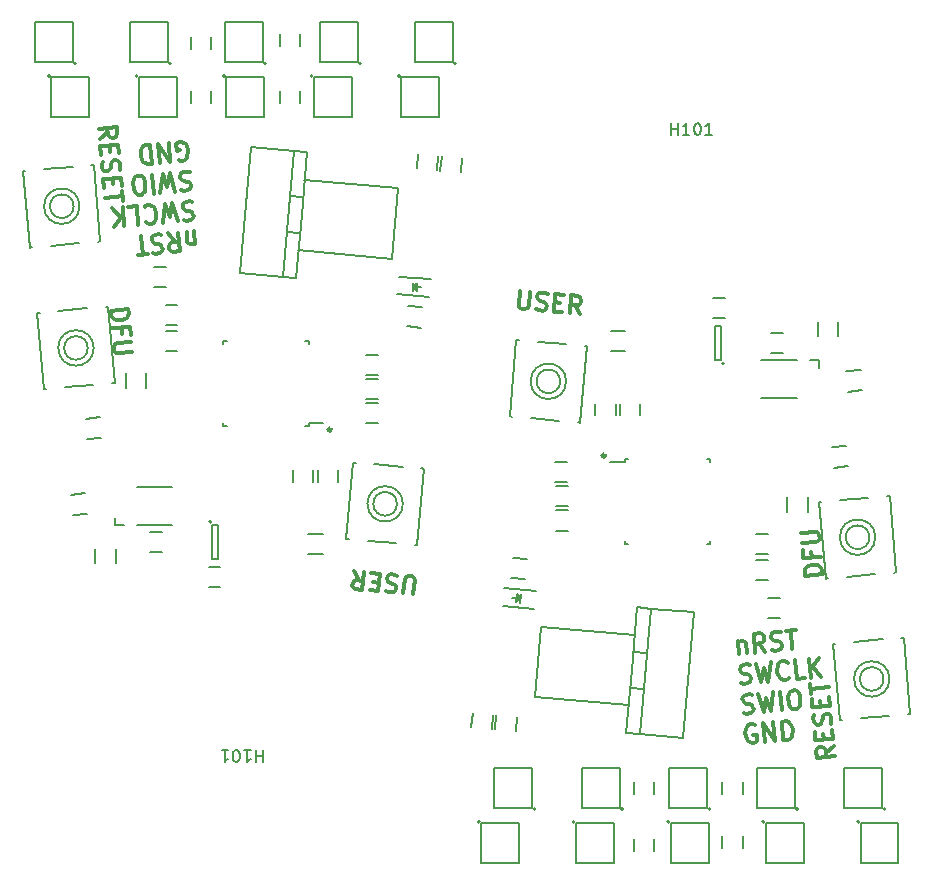
<source format=gto>
%MOIN*%
%OFA0B0*%
%FSLAX46Y46*%
%IPPOS*%
%LPD*%
%ADD10C,0.0039370078740157488*%
%ADD11C,0.011811023622047244*%
%ADD12C,0.005905511811023622*%
%ADD13C,0.0078740157480314977*%
%ADD24C,0.0039370078740157488*%
%ADD25C,0.011811023622047244*%
%ADD26C,0.005905511811023622*%
%ADD27C,0.0078740157480314977*%
G01*
D10*
D11*
X0002352024Y0001925196D02*
G75*
G03X0002352024Y0001925196I-0000005567D01*
G01*
X0003112829Y0000956254D02*
X0003086530Y0000934193D01*
X0003115770Y0000922636D02*
X0003056940Y0000917490D01*
X0003054979Y0000939901D01*
X0003057290Y0000945749D01*
X0003059846Y0000948796D01*
X0003065204Y0000952087D01*
X0003073609Y0000952823D01*
X0003079457Y0000950511D01*
X0003082503Y0000947955D01*
X0003085795Y0000942597D01*
X0003087755Y0000920186D01*
X0003079807Y0000978771D02*
X0003078091Y0000998381D01*
X0003108172Y0001009481D02*
X0003110623Y0000981467D01*
X0003051793Y0000976320D01*
X0003049342Y0001004334D01*
X0003103410Y0001031648D02*
X0003105476Y0001040297D01*
X0003104250Y0001054305D01*
X0003100959Y0001059662D01*
X0003097912Y0001062219D01*
X0003092064Y0001064530D01*
X0003086461Y0001064040D01*
X0003081104Y0001060748D01*
X0003078547Y0001057702D01*
X0003076236Y0001051854D01*
X0003074415Y0001040403D01*
X0003072104Y0001034555D01*
X0003069547Y0001031508D01*
X0003064190Y0001028217D01*
X0003058587Y0001027726D01*
X0003052739Y0001030038D01*
X0003049692Y0001032594D01*
X0003046400Y0001037952D01*
X0003045175Y0001051959D01*
X0003047241Y0001060608D01*
X0003070248Y0001088027D02*
X0003068533Y0001107637D01*
X0003098613Y0001118738D02*
X0003101064Y0001090723D01*
X0003042234Y0001085576D01*
X0003039783Y0001113591D01*
X0003038312Y0001130399D02*
X0003035371Y0001164017D01*
X0003095672Y0001152355D02*
X0003036842Y0001147208D01*
X0002067320Y0002474110D02*
X0002063154Y0002426486D01*
X0002065465Y0002420638D01*
X0002068021Y0002417591D01*
X0002073379Y0002414300D01*
X0002084585Y0002413319D01*
X0002090433Y0002415631D01*
X0002093479Y0002418187D01*
X0002096771Y0002423545D01*
X0002100938Y0002471169D01*
X0002121249Y0002412934D02*
X0002129408Y0002409398D01*
X0002143415Y0002408172D01*
X0002149263Y0002410483D01*
X0002152310Y0002413040D01*
X0002155602Y0002418398D01*
X0002156092Y0002424001D01*
X0002153780Y0002429849D01*
X0002151224Y0002432895D01*
X0002145866Y0002436187D01*
X0002134906Y0002439969D01*
X0002129548Y0002443260D01*
X0002126991Y0002446307D01*
X0002124680Y0002452155D01*
X0002125170Y0002457758D01*
X0002128462Y0002463115D01*
X0002131508Y0002465672D01*
X0002137357Y0002467983D01*
X0002151364Y0002466758D01*
X0002159523Y0002463221D01*
X0002182530Y0002435802D02*
X0002202140Y0002434086D01*
X0002207849Y0002402535D02*
X0002179834Y0002404986D01*
X0002184981Y0002463816D01*
X0002212996Y0002461366D01*
X0002266679Y0002397388D02*
X0002249520Y0002427118D01*
X0002233062Y0002400329D02*
X0002238209Y0002459160D01*
X0002260620Y0002457199D01*
X0002265978Y0002453907D01*
X0002268534Y0002450861D01*
X0002270846Y0002445013D01*
X0002270110Y0002436608D01*
X0002266819Y0002431251D01*
X0002263772Y0002428694D01*
X0002257924Y0002426383D01*
X0002235513Y0002428344D01*
X0003076170Y0001529316D02*
X0003017340Y0001524169D01*
X0003016114Y0001538176D01*
X0003018181Y0001546826D01*
X0003023293Y0001552919D01*
X0003028651Y0001556211D01*
X0003039612Y0001559992D01*
X0003048016Y0001560728D01*
X0003059467Y0001558907D01*
X0003065315Y0001556595D01*
X0003071408Y0001551483D01*
X0003074945Y0001543323D01*
X0003076170Y0001529316D01*
X0003038492Y0001605061D02*
X0003040207Y0001585451D01*
X0003071023Y0001588147D02*
X0003012193Y0001583000D01*
X0003009742Y0001611014D01*
X0003007781Y0001633426D02*
X0003055406Y0001637592D01*
X0003060764Y0001640884D01*
X0003063320Y0001643930D01*
X0003065631Y0001649778D01*
X0003064651Y0001660984D01*
X0003061359Y0001666342D01*
X0003058313Y0001668898D01*
X0003052465Y0001671210D01*
X0003004840Y0001667043D01*
X0002795033Y0001305833D02*
X0002798693Y0001263998D01*
X0002795555Y0001299857D02*
X0002798095Y0001303090D01*
X0002803437Y0001306569D01*
X0002811841Y0001307304D01*
X0002817706Y0001304806D01*
X0002821030Y0001299075D01*
X0002823906Y0001266204D01*
X0002885537Y0001271596D02*
X0002863313Y0001299763D01*
X0002851920Y0001268655D02*
X0002846430Y0001331408D01*
X0002868842Y0001333368D01*
X0002874706Y0001330870D01*
X0002877769Y0001328127D01*
X0002881093Y0001322396D01*
X0002881877Y0001313431D01*
X0002879599Y0001307210D01*
X0002877059Y0001303977D01*
X0002871717Y0001300498D01*
X0002849306Y0001298537D01*
X0002907688Y0001276545D02*
X0002916353Y0001274292D01*
X0002930361Y0001275518D01*
X0002935702Y0001278996D01*
X0002938242Y0001282230D01*
X0002940521Y0001288451D01*
X0002939998Y0001294428D01*
X0002936674Y0001300159D01*
X0002933611Y0001302902D01*
X0002927746Y0001305400D01*
X0002916279Y0001307408D01*
X0002910415Y0001309906D01*
X0002907352Y0001312649D01*
X0002904028Y0001318380D01*
X0002903505Y0001324357D01*
X0002905783Y0001330578D01*
X0002908323Y0001333812D01*
X0002913665Y0001337290D01*
X0002927672Y0001338515D01*
X0002936338Y0001336263D01*
X0002952885Y0001340721D02*
X0002986502Y0001343662D01*
X0002975184Y0001279439D02*
X0002969694Y0001342192D01*
X0002804345Y0001167122D02*
X0002813011Y0001164869D01*
X0002827018Y0001166095D01*
X0002832360Y0001169573D01*
X0002834900Y0001172806D01*
X0002837178Y0001179028D01*
X0002836656Y0001185004D01*
X0002833331Y0001190736D01*
X0002830268Y0001193479D01*
X0002824404Y0001195977D01*
X0002812937Y0001197985D01*
X0002807072Y0001200483D01*
X0002804010Y0001203226D01*
X0002800685Y0001208957D01*
X0002800162Y0001214933D01*
X0002802441Y0001221155D01*
X0002804981Y0001224388D01*
X0002810322Y0001227867D01*
X0002824330Y0001229092D01*
X0002832995Y0001226839D01*
X0002852344Y0001231543D02*
X0002871842Y0001170016D01*
X0002879126Y0001215820D01*
X0002894253Y0001171977D01*
X0002902770Y0001235955D01*
X0002963766Y0001184081D02*
X0002961226Y0001180847D01*
X0002953083Y0001177124D01*
X0002947481Y0001176634D01*
X0002938815Y0001178887D01*
X0002932689Y0001184373D01*
X0002929365Y0001190104D01*
X0002925517Y0001201812D01*
X0002924733Y0001210777D01*
X0002926489Y0001222975D01*
X0002928767Y0001229196D01*
X0002933848Y0001235663D01*
X0002941990Y0001239386D01*
X0002947593Y0001239876D01*
X0002956259Y0001237623D01*
X0002959322Y0001234880D01*
X0003017517Y0001182761D02*
X0002989502Y0001180310D01*
X0002984012Y0001243063D01*
X0003037127Y0001184477D02*
X0003031637Y0001247229D01*
X0003070744Y0001187418D02*
X0003042394Y0001221071D01*
X0003065254Y0001250170D02*
X0003034774Y0001211371D01*
X0002813061Y0001067503D02*
X0002821727Y0001065250D01*
X0002835734Y0001066475D01*
X0002841075Y0001069954D01*
X0002843615Y0001073187D01*
X0002845894Y0001079408D01*
X0002845371Y0001085385D01*
X0002842047Y0001091116D01*
X0002838984Y0001093859D01*
X0002833120Y0001096357D01*
X0002821652Y0001098365D01*
X0002815788Y0001100863D01*
X0002812725Y0001103606D01*
X0002809401Y0001109338D01*
X0002808878Y0001115314D01*
X0002811157Y0001121536D01*
X0002813697Y0001124769D01*
X0002819038Y0001128247D01*
X0002833045Y0001129473D01*
X0002841711Y0001127220D01*
X0002861060Y0001131924D02*
X0002880557Y0001070397D01*
X0002887841Y0001116200D01*
X0002902969Y0001072357D01*
X0002911486Y0001136335D01*
X0002939387Y0001075544D02*
X0002933897Y0001138296D01*
X0002973118Y0001141727D02*
X0002984323Y0001142708D01*
X0002990188Y0001140210D01*
X0002996314Y0001134724D01*
X0003000161Y0001123016D01*
X0003001991Y0001102098D01*
X0003000235Y0001089900D01*
X0002995155Y0001083434D01*
X0002989814Y0001079955D01*
X0002978608Y0001078975D01*
X0002972743Y0001081473D01*
X0002966618Y0001086959D01*
X0002962770Y0001098667D01*
X0002960940Y0001119584D01*
X0002962696Y0001131782D01*
X0002967776Y0001138249D01*
X0002973118Y0001141727D01*
X0002850427Y0001027600D02*
X0002844562Y0001030098D01*
X0002836158Y0001029363D01*
X0002828015Y0001025639D01*
X0002822935Y0001019173D01*
X0002820656Y0001012951D01*
X0002818901Y0001000753D01*
X0002819685Y0000991789D01*
X0002823532Y0000980081D01*
X0002826857Y0000974350D01*
X0002832982Y0000968864D01*
X0002841648Y0000966611D01*
X0002847251Y0000967101D01*
X0002855394Y0000970824D01*
X0002857934Y0000974057D01*
X0002856104Y0000994975D01*
X0002844898Y0000993995D01*
X0002883670Y0000970287D02*
X0002878180Y0001033039D01*
X0002917287Y0000973228D01*
X0002911797Y0001035981D01*
X0002945302Y0000975679D02*
X0002939812Y0001038431D01*
X0002953819Y0001039657D01*
X0002962485Y0001037404D01*
X0002968610Y0001031918D01*
X0002971935Y0001026186D01*
X0002975782Y0001014479D01*
X0002976566Y0001005514D01*
X0002974810Y0000993316D01*
X0002972532Y0000987095D01*
X0002967452Y0000980628D01*
X0002959309Y0000976905D01*
X0002945302Y0000975679D01*
D12*
X0002401574Y0002098425D02*
X0002401574Y0002059055D01*
X0002468503Y0002059055D02*
X0002468503Y0002098425D01*
D13*
X0002117338Y0001119676D02*
X0002431100Y0001092226D01*
X0002137926Y0001354998D02*
X0002451688Y0001327547D01*
X0002137926Y0001354998D02*
X0002117338Y0001119676D01*
D12*
X0002434282Y0001150280D02*
X0002479111Y0001146358D01*
X0002444741Y0001269823D02*
X0002489569Y0001265901D01*
X0002502643Y0001415330D02*
X0002647091Y0001402693D01*
X0002647091Y0001402693D02*
X0002610485Y0000984291D01*
X0002610485Y0000984291D02*
X0002466037Y0000996928D01*
X0002457814Y0001419252D02*
X0002502643Y0001415330D01*
X0002502643Y0001415330D02*
X0002466037Y0000996928D01*
X0002466037Y0000996928D02*
X0002421209Y0001000850D01*
X0002439511Y0001210051D02*
X0002421209Y0001000850D01*
X0002439511Y0001210051D02*
X0002457814Y0001419252D01*
X0002893700Y0001383858D02*
X0002933070Y0001383858D01*
X0002933070Y0001450787D02*
X0002893700Y0001450787D01*
X0002185039Y0001836614D02*
X0002224409Y0001836614D01*
X0002224409Y0001903543D02*
X0002185039Y0001903543D01*
X0002187007Y0001675196D02*
X0002226377Y0001675196D01*
X0002226377Y0001742125D02*
X0002187007Y0001742125D01*
X0002318897Y0002098425D02*
X0002318897Y0002059055D01*
X0002385826Y0002059055D02*
X0002385826Y0002098425D01*
X0002187007Y0001757874D02*
X0002226377Y0001757874D01*
X0002226377Y0001824803D02*
X0002187007Y0001824803D01*
X0002905511Y0002265748D02*
X0002944881Y0002265748D01*
X0002944881Y0002332677D02*
X0002905511Y0002332677D01*
X0002750000Y0002450787D02*
X0002710629Y0002450787D01*
X0002710629Y0002383858D02*
X0002750000Y0002383858D01*
X0002120612Y0001474177D02*
X0002014717Y0001483442D01*
X0002115465Y0001415347D02*
X0002009570Y0001424611D01*
X0002059723Y0001455792D02*
X0002058865Y0001445987D01*
X0002058865Y0001445987D02*
X0002065263Y0001451355D01*
X0002067812Y0001435324D02*
X0002070214Y0001462778D01*
X0002055286Y0001450252D02*
X0002041559Y0001451453D01*
X0002069013Y0001449051D02*
X0002054085Y0001436525D01*
X0002054085Y0001436525D02*
X0002056487Y0001463979D01*
X0002056487Y0001463979D02*
X0002069013Y0001449051D01*
X0003062992Y0002244094D02*
X0003062992Y0002218503D01*
X0003033464Y0002244094D02*
X0003062992Y0002244094D01*
X0002872047Y0002244094D02*
X0002990157Y0002244094D01*
X0002990157Y0002118110D02*
X0002872047Y0002118110D01*
X0003107323Y0001953518D02*
X0003154388Y0001957636D01*
X0003160392Y0001889000D02*
X0003113328Y0001884883D01*
X0002417322Y0002272637D02*
X0002370078Y0002272637D01*
X0002370078Y0002341535D02*
X0002417322Y0002341535D01*
X0002084442Y0001512475D02*
X0002037378Y0001516593D01*
X0002043383Y0001585228D02*
X0002090447Y0001581111D01*
X0003155386Y0002206594D02*
X0003202450Y0002210712D01*
X0003208455Y0002142076D02*
X0003161391Y0002137959D01*
X0003128937Y0002370078D02*
X0003128937Y0002322834D01*
X0003060039Y0002322834D02*
X0003060039Y0002370078D01*
X0002416338Y0001914370D02*
X0002416338Y0001902559D01*
X0002701771Y0001914370D02*
X0002701771Y0001902559D01*
X0002701771Y0001628937D02*
X0002701771Y0001640748D01*
X0002416338Y0001628937D02*
X0002416338Y0001640748D01*
X0002416338Y0001914370D02*
X0002428149Y0001914370D01*
X0002416338Y0001628937D02*
X0002428149Y0001628937D01*
X0002701771Y0001628937D02*
X0002689960Y0001628937D01*
X0002701771Y0001914370D02*
X0002689960Y0001914370D01*
X0002416338Y0001902559D02*
X0002368110Y0001902559D01*
X0002748031Y0002232283D02*
G75*
G03X0002748031Y0002232283I-0000003937D01*
G01*
X0002718503Y0002242125D02*
X0002738188Y0002242125D01*
X0002718503Y0002356299D02*
X0002718503Y0002242125D01*
X0002738188Y0002356299D02*
X0002718503Y0002356299D01*
X0002738188Y0002242125D02*
X0002738188Y0002356299D01*
X0002893700Y0001663385D02*
X0002854330Y0001663385D01*
X0002854330Y0001596456D02*
X0002893700Y0001596456D01*
X0002893700Y0001576771D02*
X0002854330Y0001576771D01*
X0002854330Y0001509842D02*
X0002893700Y0001509842D01*
X0002513779Y0000608267D02*
X0002513779Y0000647637D01*
X0002446850Y0000647637D02*
X0002446850Y0000608267D01*
X0002809055Y0000616141D02*
X0002809055Y0000655511D01*
X0002742125Y0000655511D02*
X0002742125Y0000616141D01*
X0002446850Y0000836614D02*
X0002446850Y0000797244D01*
X0002513779Y0000797244D02*
X0002513779Y0000836614D01*
X0002957677Y0001738188D02*
X0002957677Y0001785433D01*
X0003026574Y0001785433D02*
X0003026574Y0001738188D01*
X0002056738Y0001054136D02*
X0002052621Y0001007072D01*
X0001983985Y0001013077D02*
X0001988103Y0001060141D01*
X0001977998Y0001062010D02*
X0001973881Y0001014946D01*
X0001905245Y0001020951D02*
X0001909363Y0001068015D01*
X0003368525Y0001063428D02*
X0003360681Y0001062742D01*
X0003133204Y0001042840D02*
X0003141048Y0001043526D01*
X0003110900Y0001297772D02*
X0003118744Y0001298458D01*
X0003346222Y0001318360D02*
X0003338378Y0001317673D01*
X0003275625Y0001312183D02*
X0003181497Y0001303948D01*
X0003297929Y0001057252D02*
X0003203800Y0001049016D01*
X0003368525Y0001063428D02*
X0003346222Y0001318360D01*
X0003110900Y0001297772D02*
X0003133204Y0001042840D01*
X0003279083Y0001180600D02*
G75*
G03X0003279083Y0001180600I-0000039370D01*
G01*
X0003298768Y0001180600D02*
G75*
G03X0003298768Y0001180600I-0000059055D01*
G01*
X0003063656Y0001770213D02*
X0003071500Y0001770899D01*
X0003298978Y0001790801D02*
X0003291134Y0001790114D01*
X0003321281Y0001535869D02*
X0003313437Y0001535183D01*
X0003085960Y0001515281D02*
X0003093804Y0001515967D01*
X0003156556Y0001521457D02*
X0003250685Y0001529693D01*
X0003134253Y0001776389D02*
X0003228381Y0001784624D01*
X0003063656Y0001770213D02*
X0003085960Y0001515281D01*
X0003321281Y0001535869D02*
X0003298978Y0001790801D01*
X0003231839Y0001653041D02*
G75*
G03X0003231839Y0001653041I-0000039370D01*
G01*
X0003251524Y0001653041D02*
G75*
G03X0003251524Y0001653041I-0000059055D01*
G01*
X0002268370Y0002034966D02*
X0002260526Y0002035652D01*
X0002033048Y0002055554D02*
X0002040892Y0002054868D01*
X0002055352Y0002310486D02*
X0002063196Y0002309799D01*
X0002290674Y0002289898D02*
X0002282829Y0002290584D01*
X0002220077Y0002296074D02*
X0002125948Y0002304309D01*
X0002197773Y0002041142D02*
X0002103645Y0002049378D01*
X0002268370Y0002034966D02*
X0002290674Y0002289898D01*
X0002055352Y0002310486D02*
X0002033048Y0002055554D01*
X0002201231Y0002172726D02*
G75*
G03X0002201231Y0002172726I-0000039370D01*
G01*
X0002220916Y0002172726D02*
G75*
G03X0002220916Y0002172726I-0000059055D01*
G01*
X0002690988Y0000884645D02*
X0002690988Y0000750787D01*
X0002565004Y0000884645D02*
X0002690988Y0000884645D01*
X0002565004Y0000750787D02*
X0002565004Y0000884645D01*
X0002690988Y0000750787D02*
X0002565004Y0000750787D01*
D13*
X0002702799Y0000746850D02*
G75*
G03X0002702799Y0000746850I-0000003937D01*
G01*
D12*
X0001937007Y0000566929D02*
X0001937007Y0000700787D01*
X0002062992Y0000566929D02*
X0001937007Y0000566929D01*
X0002062992Y0000700787D02*
X0002062992Y0000566929D01*
X0001937007Y0000700787D02*
X0002062992Y0000700787D01*
D13*
X0001933070Y0000704724D02*
G75*
G03X0001933070Y0000704724I-0000003937D01*
G01*
D12*
X0003274103Y0000884645D02*
X0003274103Y0000750787D01*
X0003148118Y0000884645D02*
X0003274103Y0000884645D01*
X0003148118Y0000750787D02*
X0003148118Y0000884645D01*
X0003274103Y0000750787D02*
X0003148118Y0000750787D01*
D13*
X0003285914Y0000746850D02*
G75*
G03X0003285914Y0000746850I-0000003937D01*
G01*
D12*
X0002253444Y0000566929D02*
X0002253444Y0000700787D01*
X0002379429Y0000566929D02*
X0002253444Y0000566929D01*
X0002379429Y0000700787D02*
X0002379429Y0000566929D01*
X0002253444Y0000700787D02*
X0002379429Y0000700787D01*
D13*
X0002249507Y0000704724D02*
G75*
G03X0002249507Y0000704724I-0000003937D01*
G01*
D12*
X0002982545Y0000884645D02*
X0002982545Y0000750787D01*
X0002856561Y0000884645D02*
X0002982545Y0000884645D01*
X0002856561Y0000750787D02*
X0002856561Y0000884645D01*
X0002982545Y0000750787D02*
X0002856561Y0000750787D01*
D13*
X0002994356Y0000746850D02*
G75*
G03X0002994356Y0000746850I-0000003937D01*
G01*
D12*
X0002569881Y0000566929D02*
X0002569881Y0000700787D01*
X0002695866Y0000566929D02*
X0002569881Y0000566929D01*
X0002695866Y0000700787D02*
X0002695866Y0000566929D01*
X0002569881Y0000700787D02*
X0002695866Y0000700787D01*
D13*
X0002565944Y0000704724D02*
G75*
G03X0002565944Y0000704724I-0000003937D01*
G01*
D12*
X0002886318Y0000566929D02*
X0002886318Y0000700787D01*
X0003012303Y0000566929D02*
X0002886318Y0000566929D01*
X0003012303Y0000700787D02*
X0003012303Y0000566929D01*
X0002886318Y0000700787D02*
X0003012303Y0000700787D01*
D13*
X0002882381Y0000704724D02*
G75*
G03X0002882381Y0000704724I-0000003937D01*
G01*
D12*
X0002399431Y0000884645D02*
X0002399431Y0000750787D01*
X0002273447Y0000884645D02*
X0002399431Y0000884645D01*
X0002273447Y0000750787D02*
X0002273447Y0000884645D01*
X0002399431Y0000750787D02*
X0002273447Y0000750787D01*
D13*
X0002411242Y0000746850D02*
G75*
G03X0002411242Y0000746850I-0000003937D01*
G01*
D12*
X0003202755Y0000566929D02*
X0003202755Y0000700787D01*
X0003328740Y0000566929D02*
X0003202755Y0000566929D01*
X0003328740Y0000700787D02*
X0003328740Y0000566929D01*
X0003202755Y0000700787D02*
X0003328740Y0000700787D01*
D13*
X0003198818Y0000704724D02*
G75*
G03X0003198818Y0000704724I-0000003937D01*
G01*
D12*
X0002107874Y0000884645D02*
X0002107874Y0000750787D01*
X0001981889Y0000884645D02*
X0002107874Y0000884645D01*
X0001981889Y0000750787D02*
X0001981889Y0000884645D01*
X0002107874Y0000750787D02*
X0001981889Y0000750787D01*
D13*
X0002119685Y0000746850D02*
G75*
G03X0002119685Y0000746850I-0000003937D01*
G01*
D12*
X0002742125Y0000836614D02*
X0002742125Y0000797244D01*
X0002809055Y0000797244D02*
X0002809055Y0000836614D01*
X0002570303Y0002994000D02*
X0002570303Y0003033370D01*
X0002570303Y0003014623D02*
X0002592800Y0003014623D01*
X0002592800Y0002994000D02*
X0002592800Y0003033370D01*
X0002632170Y0002994000D02*
X0002609673Y0002994000D01*
X0002620922Y0002994000D02*
X0002620922Y0003033370D01*
X0002617172Y0003027746D01*
X0002613423Y0003023997D01*
X0002609673Y0003022122D01*
X0002656542Y0003033370D02*
X0002660292Y0003033370D01*
X0002664042Y0003031496D01*
X0002665916Y0003029621D01*
X0002667791Y0003025871D01*
X0002669666Y0003018372D01*
X0002669666Y0003008998D01*
X0002667791Y0003001499D01*
X0002665916Y0002997750D01*
X0002664042Y0002995875D01*
X0002660292Y0002994000D01*
X0002656542Y0002994000D01*
X0002652793Y0002995875D01*
X0002650918Y0002997750D01*
X0002649043Y0003001499D01*
X0002647169Y0003008998D01*
X0002647169Y0003018372D01*
X0002649043Y0003025871D01*
X0002650918Y0003029621D01*
X0002652793Y0003031496D01*
X0002656542Y0003033370D01*
X0002707161Y0002994000D02*
X0002684664Y0002994000D01*
X0002695912Y0002994000D02*
X0002695912Y0003033370D01*
X0002692163Y0003027746D01*
X0002688413Y0003023997D01*
X0002684664Y0003022122D01*
G04 next file*
G04 #@! TF.FileFunction,Legend,Top*
G04 Gerber Fmt 4.6, Leading zero omitted, Abs format (unit mm)*
G04 Created by KiCad (PCBNEW 4.0.2-stable) date Friday, February 24, 2017 'AMt' 12:00:47 AM*
G01*
G04 APERTURE LIST*
G04 APERTURE END LIST*
D24*
D25*
X0001427503Y0002011811D02*
G75*
G03X0001427503Y0002011811I0000005567D01*
G01*
X0000666698Y0002980753D02*
X0000692997Y0003002814D01*
X0000663757Y0003014370D02*
X0000722587Y0003019517D01*
X0000724548Y0002997106D01*
X0000722237Y0002991258D01*
X0000719680Y0002988211D01*
X0000714322Y0002984920D01*
X0000705918Y0002984184D01*
X0000700070Y0002986496D01*
X0000697024Y0002989052D01*
X0000693732Y0002994410D01*
X0000691771Y0003016821D01*
X0000699720Y0002958236D02*
X0000701435Y0002938626D01*
X0000671355Y0002927526D02*
X0000668904Y0002955540D01*
X0000727734Y0002960687D01*
X0000730185Y0002932672D01*
X0000676117Y0002905359D02*
X0000674051Y0002896710D01*
X0000675276Y0002882702D01*
X0000678568Y0002877345D01*
X0000681614Y0002874788D01*
X0000687462Y0002872477D01*
X0000693065Y0002872967D01*
X0000698423Y0002876259D01*
X0000700979Y0002879305D01*
X0000703291Y0002885153D01*
X0000705112Y0002896604D01*
X0000707423Y0002902452D01*
X0000709979Y0002905499D01*
X0000715337Y0002908790D01*
X0000720940Y0002909281D01*
X0000726788Y0002906969D01*
X0000729834Y0002904413D01*
X0000733126Y0002899055D01*
X0000734352Y0002885048D01*
X0000732285Y0002876398D01*
X0000709278Y0002848980D02*
X0000710994Y0002829369D01*
X0000680913Y0002818269D02*
X0000678462Y0002846284D01*
X0000737293Y0002851431D01*
X0000739744Y0002823416D01*
X0000741214Y0002806607D02*
X0000744155Y0002772990D01*
X0000683854Y0002784652D02*
X0000742685Y0002789799D01*
X0001712206Y0001462896D02*
X0001716373Y0001510521D01*
X0001714062Y0001516369D01*
X0001711505Y0001519416D01*
X0001706147Y0001522707D01*
X0001694942Y0001523688D01*
X0001689094Y0001521376D01*
X0001686047Y0001518820D01*
X0001682755Y0001513462D01*
X0001678589Y0001465838D01*
X0001658278Y0001524072D02*
X0001650118Y0001527609D01*
X0001636111Y0001528835D01*
X0001630263Y0001526523D01*
X0001627217Y0001523967D01*
X0001623925Y0001518609D01*
X0001623435Y0001513006D01*
X0001625746Y0001507158D01*
X0001628302Y0001504112D01*
X0001633660Y0001500820D01*
X0001644621Y0001497038D01*
X0001649979Y0001493747D01*
X0001652535Y0001490700D01*
X0001654846Y0001484852D01*
X0001654356Y0001479249D01*
X0001651065Y0001473891D01*
X0001648018Y0001471335D01*
X0001642170Y0001469024D01*
X0001628163Y0001470249D01*
X0001620004Y0001473786D01*
X0001596996Y0001501205D02*
X0001577386Y0001502921D01*
X0001571678Y0001534472D02*
X0001599692Y0001532021D01*
X0001594545Y0001473190D01*
X0001566531Y0001475641D01*
X0001512848Y0001539619D02*
X0001530007Y0001509889D01*
X0001546465Y0001536678D02*
X0001541318Y0001477847D01*
X0001518906Y0001479808D01*
X0001513549Y0001483100D01*
X0001510992Y0001486146D01*
X0001508681Y0001491994D01*
X0001509416Y0001500398D01*
X0001512708Y0001505756D01*
X0001515754Y0001508313D01*
X0001521602Y0001510624D01*
X0001544014Y0001508663D01*
X0000703356Y0002407691D02*
X0000762187Y0002412838D01*
X0000763412Y0002398830D01*
X0000761346Y0002390181D01*
X0000756233Y0002384088D01*
X0000750876Y0002380796D01*
X0000739915Y0002377014D01*
X0000731510Y0002376279D01*
X0000720060Y0002378100D01*
X0000714212Y0002380411D01*
X0000708119Y0002385524D01*
X0000704582Y0002393683D01*
X0000703356Y0002407691D01*
X0000741035Y0002331946D02*
X0000739319Y0002351556D01*
X0000708503Y0002348860D02*
X0000767334Y0002354007D01*
X0000769785Y0002325993D01*
X0000771745Y0002303581D02*
X0000724121Y0002299415D01*
X0000718763Y0002296123D01*
X0000716207Y0002293076D01*
X0000713895Y0002287228D01*
X0000714876Y0002276023D01*
X0000718167Y0002270665D01*
X0000721214Y0002268109D01*
X0000727062Y0002265797D01*
X0000774687Y0002269964D01*
X0000984494Y0002631173D02*
X0000980834Y0002673008D01*
X0000983971Y0002637150D02*
X0000981431Y0002633917D01*
X0000976090Y0002630438D01*
X0000967685Y0002629703D01*
X0000961821Y0002632201D01*
X0000958497Y0002637932D01*
X0000955621Y0002670803D01*
X0000893989Y0002665410D02*
X0000916214Y0002637244D01*
X0000927606Y0002668352D02*
X0000933097Y0002605599D01*
X0000910685Y0002603638D01*
X0000904821Y0002606136D01*
X0000901758Y0002608880D01*
X0000898433Y0002614611D01*
X0000897649Y0002623576D01*
X0000899928Y0002629797D01*
X0000902468Y0002633030D01*
X0000907809Y0002636509D01*
X0000930221Y0002638470D01*
X0000871839Y0002660462D02*
X0000863173Y0002662714D01*
X0000849166Y0002661489D01*
X0000843824Y0002658011D01*
X0000841284Y0002654777D01*
X0000839006Y0002648556D01*
X0000839529Y0002642579D01*
X0000842853Y0002636848D01*
X0000845916Y0002634105D01*
X0000851780Y0002631607D01*
X0000863247Y0002629599D01*
X0000869112Y0002627101D01*
X0000872175Y0002624358D01*
X0000875499Y0002618627D01*
X0000876022Y0002612650D01*
X0000873743Y0002606429D01*
X0000871203Y0002603195D01*
X0000865862Y0002599717D01*
X0000851855Y0002598491D01*
X0000843189Y0002600744D01*
X0000826642Y0002596286D02*
X0000793024Y0002593344D01*
X0000804343Y0002657567D02*
X0000809833Y0002594815D01*
X0000975181Y0002769885D02*
X0000966515Y0002772138D01*
X0000952508Y0002770912D01*
X0000947167Y0002767434D01*
X0000944627Y0002764201D01*
X0000942348Y0002757979D01*
X0000942871Y0002752003D01*
X0000946195Y0002746271D01*
X0000949258Y0002743528D01*
X0000955123Y0002741030D01*
X0000966590Y0002739022D01*
X0000972454Y0002736524D01*
X0000975517Y0002733781D01*
X0000978841Y0002728050D01*
X0000979364Y0002722073D01*
X0000977086Y0002715852D01*
X0000974546Y0002712619D01*
X0000969204Y0002709140D01*
X0000955197Y0002707915D01*
X0000946531Y0002710168D01*
X0000927182Y0002705464D02*
X0000907685Y0002766991D01*
X0000900401Y0002721187D01*
X0000885274Y0002765030D01*
X0000876756Y0002701052D01*
X0000815760Y0002752926D02*
X0000818300Y0002756159D01*
X0000826443Y0002759883D01*
X0000832046Y0002760373D01*
X0000840712Y0002758120D01*
X0000846838Y0002752634D01*
X0000850162Y0002746903D01*
X0000854009Y0002735195D01*
X0000854793Y0002726230D01*
X0000853038Y0002714032D01*
X0000850759Y0002707811D01*
X0000845679Y0002701344D01*
X0000837536Y0002697621D01*
X0000831933Y0002697131D01*
X0000823267Y0002699383D01*
X0000820205Y0002702127D01*
X0000762010Y0002754246D02*
X0000790024Y0002756697D01*
X0000795514Y0002693944D01*
X0000742400Y0002752530D02*
X0000747890Y0002689778D01*
X0000708782Y0002749589D02*
X0000737133Y0002715936D01*
X0000714272Y0002686837D02*
X0000744753Y0002725636D01*
X0000966466Y0002869504D02*
X0000957800Y0002871757D01*
X0000943793Y0002870532D01*
X0000938451Y0002867053D01*
X0000935911Y0002863820D01*
X0000933633Y0002857598D01*
X0000934155Y0002851622D01*
X0000937480Y0002845891D01*
X0000940543Y0002843148D01*
X0000946407Y0002840650D01*
X0000957874Y0002838642D01*
X0000963739Y0002836144D01*
X0000966801Y0002833401D01*
X0000970126Y0002827669D01*
X0000970649Y0002821693D01*
X0000968370Y0002815471D01*
X0000965830Y0002812238D01*
X0000960489Y0002808760D01*
X0000946481Y0002807534D01*
X0000937816Y0002809787D01*
X0000918467Y0002805083D02*
X0000898969Y0002866610D01*
X0000891685Y0002820807D01*
X0000876558Y0002864649D01*
X0000868041Y0002800672D01*
X0000840139Y0002861463D02*
X0000845629Y0002798711D01*
X0000806409Y0002795279D02*
X0000795203Y0002794299D01*
X0000789339Y0002796797D01*
X0000783213Y0002802283D01*
X0000779366Y0002813991D01*
X0000777536Y0002834909D01*
X0000779292Y0002847106D01*
X0000784372Y0002853573D01*
X0000789713Y0002857052D01*
X0000800919Y0002858032D01*
X0000806783Y0002855534D01*
X0000812909Y0002850048D01*
X0000816756Y0002838340D01*
X0000818586Y0002817422D01*
X0000816830Y0002805224D01*
X0000811750Y0002798758D01*
X0000806409Y0002795279D01*
X0000929100Y0002909407D02*
X0000934964Y0002906909D01*
X0000943369Y0002907644D01*
X0000951512Y0002911367D01*
X0000956592Y0002917834D01*
X0000958870Y0002924055D01*
X0000960626Y0002936253D01*
X0000959842Y0002945218D01*
X0000955994Y0002956926D01*
X0000952670Y0002962657D01*
X0000946544Y0002968143D01*
X0000937879Y0002970396D01*
X0000932276Y0002969906D01*
X0000924133Y0002966183D01*
X0000921593Y0002962949D01*
X0000923423Y0002942032D01*
X0000934629Y0002943012D01*
X0000895857Y0002966720D02*
X0000901347Y0002903967D01*
X0000862239Y0002963779D01*
X0000867730Y0002901026D01*
X0000834225Y0002961328D02*
X0000839715Y0002898575D01*
X0000825708Y0002897350D01*
X0000817042Y0002899603D01*
X0000810916Y0002905089D01*
X0000807592Y0002910820D01*
X0000803745Y0002922528D01*
X0000802960Y0002931493D01*
X0000804716Y0002943691D01*
X0000806995Y0002949912D01*
X0000812075Y0002956379D01*
X0000820218Y0002960102D01*
X0000834225Y0002961328D01*
D26*
X0001377952Y0001838582D02*
X0001377952Y0001877952D01*
X0001311023Y0001877952D02*
X0001311023Y0001838582D01*
D27*
X0001662189Y0002817330D02*
X0001348427Y0002844781D01*
X0001641601Y0002582009D02*
X0001327839Y0002609460D01*
X0001641601Y0002582009D02*
X0001662189Y0002817330D01*
D26*
X0001345245Y0002786727D02*
X0001300416Y0002790649D01*
X0001334786Y0002667184D02*
X0001289957Y0002671106D01*
X0001276884Y0002521677D02*
X0001132436Y0002534314D01*
X0001132436Y0002534314D02*
X0001169041Y0002952716D01*
X0001169041Y0002952716D02*
X0001313489Y0002940078D01*
X0001321713Y0002517755D02*
X0001276884Y0002521677D01*
X0001276884Y0002521677D02*
X0001313489Y0002940078D01*
X0001313489Y0002940078D02*
X0001358318Y0002936156D01*
X0001340015Y0002726956D02*
X0001358318Y0002936156D01*
X0001340015Y0002726956D02*
X0001321713Y0002517755D01*
X0000885826Y0002553149D02*
X0000846456Y0002553149D01*
X0000846456Y0002486220D02*
X0000885826Y0002486220D01*
X0001594488Y0002100393D02*
X0001555118Y0002100393D01*
X0001555118Y0002033464D02*
X0001594488Y0002033464D01*
X0001592519Y0002261811D02*
X0001553149Y0002261811D01*
X0001553149Y0002194881D02*
X0001592519Y0002194881D01*
X0001460629Y0001838582D02*
X0001460629Y0001877952D01*
X0001393700Y0001877952D02*
X0001393700Y0001838582D01*
X0001592519Y0002179133D02*
X0001553149Y0002179133D01*
X0001553149Y0002112204D02*
X0001592519Y0002112204D01*
X0000874015Y0001671259D02*
X0000834645Y0001671259D01*
X0000834645Y0001604330D02*
X0000874015Y0001604330D01*
X0001029527Y0001486220D02*
X0001068897Y0001486220D01*
X0001068897Y0001553149D02*
X0001029527Y0001553149D01*
X0001658915Y0002462830D02*
X0001764809Y0002453565D01*
X0001664061Y0002521660D02*
X0001769956Y0002512396D01*
X0001719804Y0002481215D02*
X0001720662Y0002491020D01*
X0001720662Y0002491020D02*
X0001714264Y0002485652D01*
X0001711714Y0002501683D02*
X0001709312Y0002474229D01*
X0001724240Y0002486755D02*
X0001737967Y0002485554D01*
X0001710513Y0002487956D02*
X0001725441Y0002500482D01*
X0001725441Y0002500482D02*
X0001723039Y0002473028D01*
X0001723039Y0002473028D02*
X0001710513Y0002487956D01*
X0000716535Y0001692913D02*
X0000716535Y0001718503D01*
X0000746062Y0001692913D02*
X0000716535Y0001692913D01*
X0000907480Y0001692913D02*
X0000789370Y0001692913D01*
X0000789370Y0001818897D02*
X0000907480Y0001818897D01*
X0000672203Y0001983489D02*
X0000625139Y0001979371D01*
X0000619134Y0002048006D02*
X0000666199Y0002052124D01*
X0001362204Y0001664370D02*
X0001409448Y0001664370D01*
X0001409448Y0001595472D02*
X0001362204Y0001595472D01*
X0001695084Y0002424532D02*
X0001742149Y0002420414D01*
X0001736144Y0002351779D02*
X0001689080Y0002355896D01*
X0000624140Y0001730413D02*
X0000577076Y0001726295D01*
X0000571071Y0001794931D02*
X0000618136Y0001799048D01*
X0000650590Y0001566929D02*
X0000650590Y0001614173D01*
X0000719488Y0001614173D02*
X0000719488Y0001566929D01*
X0001363188Y0002022637D02*
X0001363188Y0002034448D01*
X0001077755Y0002022637D02*
X0001077755Y0002034448D01*
X0001077755Y0002308070D02*
X0001077755Y0002296259D01*
X0001363188Y0002308070D02*
X0001363188Y0002296259D01*
X0001363188Y0002022637D02*
X0001351377Y0002022637D01*
X0001363188Y0002308070D02*
X0001351377Y0002308070D01*
X0001077755Y0002308070D02*
X0001089566Y0002308070D01*
X0001077755Y0002022637D02*
X0001089566Y0002022637D01*
X0001363188Y0002034448D02*
X0001411417Y0002034448D01*
X0001031496Y0001704724D02*
G75*
G03X0001031496Y0001704724I0000003937D01*
G01*
X0001061023Y0001694881D02*
X0001041338Y0001694881D01*
X0001061023Y0001580708D02*
X0001061023Y0001694881D01*
X0001041338Y0001580708D02*
X0001061023Y0001580708D01*
X0001041338Y0001694881D02*
X0001041338Y0001580708D01*
X0000885826Y0002273622D02*
X0000925196Y0002273622D01*
X0000925196Y0002340551D02*
X0000885826Y0002340551D01*
X0000885826Y0002360236D02*
X0000925196Y0002360236D01*
X0000925196Y0002427165D02*
X0000885826Y0002427165D01*
X0001265748Y0003328740D02*
X0001265748Y0003289370D01*
X0001332677Y0003289370D02*
X0001332677Y0003328740D01*
X0000970472Y0003320866D02*
X0000970472Y0003281496D01*
X0001037401Y0003281496D02*
X0001037401Y0003320866D01*
X0001332677Y0003100393D02*
X0001332677Y0003139763D01*
X0001265748Y0003139763D02*
X0001265748Y0003100393D01*
X0000821850Y0002198818D02*
X0000821850Y0002151574D01*
X0000752952Y0002151574D02*
X0000752952Y0002198818D01*
X0001722788Y0002882871D02*
X0001726906Y0002929935D01*
X0001795541Y0002923930D02*
X0001791424Y0002876866D01*
X0001801528Y0002874997D02*
X0001805646Y0002922061D01*
X0001874281Y0002916056D02*
X0001870164Y0002868992D01*
X0000411001Y0002873579D02*
X0000418845Y0002874265D01*
X0000646323Y0002894167D02*
X0000638479Y0002893481D01*
X0000668626Y0002639235D02*
X0000660782Y0002638549D01*
X0000433305Y0002618647D02*
X0000441149Y0002619333D01*
X0000503901Y0002624824D02*
X0000598030Y0002633059D01*
X0000481598Y0002879755D02*
X0000575726Y0002887990D01*
X0000411001Y0002873579D02*
X0000433305Y0002618647D01*
X0000668626Y0002639235D02*
X0000646323Y0002894167D01*
X0000500444Y0002756407D02*
G75*
G03X0000500444Y0002756407I0000039370D01*
G01*
X0000480759Y0002756407D02*
G75*
G03X0000480759Y0002756407I0000059055D01*
G01*
X0000715870Y0002166794D02*
X0000708026Y0002166108D01*
X0000480549Y0002146206D02*
X0000488393Y0002146892D01*
X0000458245Y0002401138D02*
X0000466089Y0002401824D01*
X0000693567Y0002421726D02*
X0000685723Y0002421040D01*
X0000622970Y0002415550D02*
X0000528842Y0002407314D01*
X0000645274Y0002160618D02*
X0000551145Y0002152383D01*
X0000715870Y0002166794D02*
X0000693567Y0002421726D01*
X0000458245Y0002401138D02*
X0000480549Y0002146206D01*
X0000547688Y0002283966D02*
G75*
G03X0000547688Y0002283966I0000039370D01*
G01*
X0000528003Y0002283966D02*
G75*
G03X0000528003Y0002283966I0000059055D01*
G01*
X0001511157Y0001902041D02*
X0001519001Y0001901355D01*
X0001746478Y0001881453D02*
X0001738634Y0001882139D01*
X0001724175Y0001626521D02*
X0001716331Y0001627207D01*
X0001488853Y0001647109D02*
X0001496697Y0001646423D01*
X0001559449Y0001640933D02*
X0001653578Y0001632698D01*
X0001581753Y0001895864D02*
X0001675882Y0001887629D01*
X0001511157Y0001902041D02*
X0001488853Y0001647109D01*
X0001724175Y0001626521D02*
X0001746478Y0001881453D01*
X0001578296Y0001764281D02*
G75*
G03X0001578296Y0001764281I0000039370D01*
G01*
X0001558610Y0001764281D02*
G75*
G03X0001558610Y0001764281I0000059055D01*
G01*
X0001088538Y0003052362D02*
X0001088538Y0003186220D01*
X0001214523Y0003052362D02*
X0001088538Y0003052362D01*
X0001214523Y0003186220D02*
X0001214523Y0003052362D01*
X0001088538Y0003186220D02*
X0001214523Y0003186220D01*
D27*
X0001076727Y0003190157D02*
G75*
G03X0001076727Y0003190157I0000003937D01*
G01*
D26*
X0001842519Y0003370078D02*
X0001842519Y0003236220D01*
X0001716535Y0003370078D02*
X0001842519Y0003370078D01*
X0001716535Y0003236220D02*
X0001716535Y0003370078D01*
X0001842519Y0003236220D02*
X0001716535Y0003236220D01*
D27*
X0001846456Y0003232283D02*
G75*
G03X0001846456Y0003232283I0000003937D01*
G01*
D26*
X0000505424Y0003052362D02*
X0000505424Y0003186220D01*
X0000631408Y0003052362D02*
X0000505424Y0003052362D01*
X0000631408Y0003186220D02*
X0000631408Y0003052362D01*
X0000505424Y0003186220D02*
X0000631408Y0003186220D01*
D27*
X0000493613Y0003190157D02*
G75*
G03X0000493613Y0003190157I0000003937D01*
G01*
D26*
X0001526082Y0003370078D02*
X0001526082Y0003236220D01*
X0001400098Y0003370078D02*
X0001526082Y0003370078D01*
X0001400098Y0003236220D02*
X0001400098Y0003370078D01*
X0001526082Y0003236220D02*
X0001400098Y0003236220D01*
D27*
X0001530019Y0003232283D02*
G75*
G03X0001530019Y0003232283I0000003937D01*
G01*
D26*
X0000796981Y0003052362D02*
X0000796981Y0003186220D01*
X0000922965Y0003052362D02*
X0000796981Y0003052362D01*
X0000922965Y0003186220D02*
X0000922965Y0003052362D01*
X0000796981Y0003186220D02*
X0000922965Y0003186220D01*
D27*
X0000785170Y0003190157D02*
G75*
G03X0000785170Y0003190157I0000003937D01*
G01*
D26*
X0001209645Y0003370078D02*
X0001209645Y0003236220D01*
X0001083661Y0003370078D02*
X0001209645Y0003370078D01*
X0001083661Y0003236220D02*
X0001083661Y0003370078D01*
X0001209645Y0003236220D02*
X0001083661Y0003236220D01*
D27*
X0001213582Y0003232283D02*
G75*
G03X0001213582Y0003232283I0000003937D01*
G01*
D26*
X0000893208Y0003370078D02*
X0000893208Y0003236220D01*
X0000767224Y0003370078D02*
X0000893208Y0003370078D01*
X0000767224Y0003236220D02*
X0000767224Y0003370078D01*
X0000893208Y0003236220D02*
X0000767224Y0003236220D01*
D27*
X0000897145Y0003232283D02*
G75*
G03X0000897145Y0003232283I0000003937D01*
G01*
D26*
X0001380096Y0003052362D02*
X0001380096Y0003186220D01*
X0001506080Y0003052362D02*
X0001380096Y0003052362D01*
X0001506080Y0003186220D02*
X0001506080Y0003052362D01*
X0001380096Y0003186220D02*
X0001506080Y0003186220D01*
D27*
X0001368285Y0003190157D02*
G75*
G03X0001368285Y0003190157I0000003937D01*
G01*
D26*
X0000576771Y0003370078D02*
X0000576771Y0003236220D01*
X0000450787Y0003370078D02*
X0000576771Y0003370078D01*
X0000450787Y0003236220D02*
X0000450787Y0003370078D01*
X0000576771Y0003236220D02*
X0000450787Y0003236220D01*
D27*
X0000580708Y0003232283D02*
G75*
G03X0000580708Y0003232283I0000003937D01*
G01*
D26*
X0001671653Y0003052362D02*
X0001671653Y0003186220D01*
X0001797637Y0003052362D02*
X0001671653Y0003052362D01*
X0001797637Y0003186220D02*
X0001797637Y0003052362D01*
X0001671653Y0003186220D02*
X0001797637Y0003186220D01*
D27*
X0001659842Y0003190157D02*
G75*
G03X0001659842Y0003190157I0000003937D01*
G01*
D26*
X0001037401Y0003100393D02*
X0001037401Y0003139763D01*
X0000970472Y0003139763D02*
X0000970472Y0003100393D01*
X0001209223Y0000943007D02*
X0001209223Y0000903637D01*
X0001209223Y0000922384D02*
X0001186726Y0000922384D01*
X0001186726Y0000943007D02*
X0001186726Y0000903637D01*
X0001147356Y0000943007D02*
X0001169853Y0000943007D01*
X0001158605Y0000943007D02*
X0001158605Y0000903637D01*
X0001162354Y0000909261D01*
X0001166104Y0000913010D01*
X0001169853Y0000914885D01*
X0001122984Y0000903637D02*
X0001119235Y0000903637D01*
X0001115485Y0000905511D01*
X0001113610Y0000907386D01*
X0001111736Y0000911136D01*
X0001109861Y0000918635D01*
X0001109861Y0000928009D01*
X0001111736Y0000935508D01*
X0001113610Y0000939257D01*
X0001115485Y0000941132D01*
X0001119235Y0000943007D01*
X0001122984Y0000943007D01*
X0001126734Y0000941132D01*
X0001128608Y0000939257D01*
X0001130483Y0000935508D01*
X0001132358Y0000928009D01*
X0001132358Y0000918635D01*
X0001130483Y0000911136D01*
X0001128608Y0000907386D01*
X0001126734Y0000905511D01*
X0001122984Y0000903637D01*
X0001072365Y0000943007D02*
X0001094863Y0000943007D01*
X0001083614Y0000943007D02*
X0001083614Y0000903637D01*
X0001087364Y0000909261D01*
X0001091113Y0000913010D01*
X0001094863Y0000914885D01*
M02*
</source>
